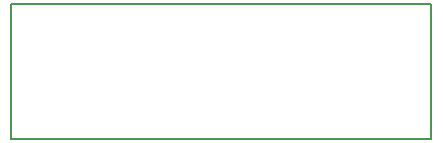
<source format=gm1>
G04 #@! TF.FileFunction,Profile,NP*
%FSLAX46Y46*%
G04 Gerber Fmt 4.6, Leading zero omitted, Abs format (unit mm)*
G04 Created by KiCad (PCBNEW 4.0.1-stable) date Lördag 02 Januari 2016 23:15:41*
%MOMM*%
G01*
G04 APERTURE LIST*
%ADD10C,0.100000*%
%ADD11C,0.150000*%
G04 APERTURE END LIST*
D10*
D11*
X105410000Y-95250000D02*
X140970000Y-95250000D01*
X105410000Y-83820000D02*
X105410000Y-95250000D01*
X140970000Y-83820000D02*
X105410000Y-83820000D01*
X140970000Y-83820000D02*
X140970000Y-95250000D01*
X105410000Y-83820000D02*
X105410000Y-95250000D01*
M02*

</source>
